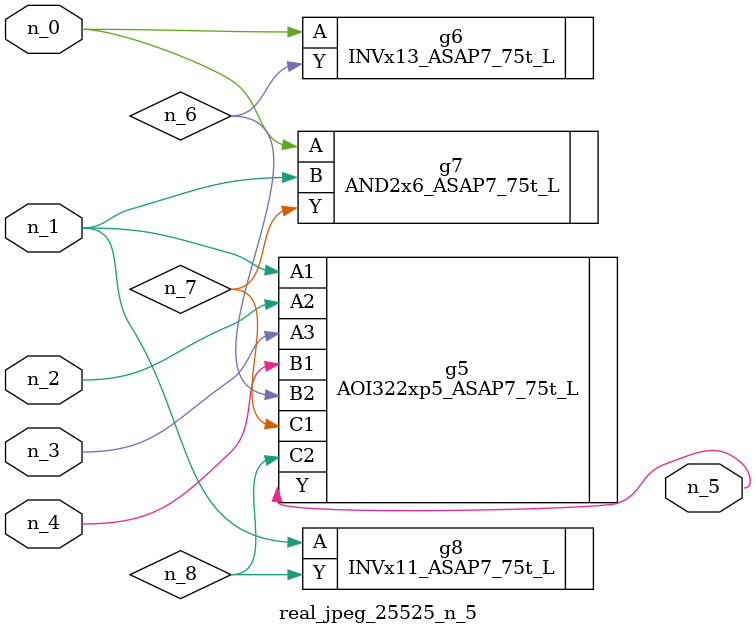
<source format=v>
module real_jpeg_25525_n_5 (n_4, n_0, n_1, n_2, n_3, n_5);

input n_4;
input n_0;
input n_1;
input n_2;
input n_3;

output n_5;

wire n_8;
wire n_6;
wire n_7;

INVx13_ASAP7_75t_L g6 ( 
.A(n_0),
.Y(n_6)
);

AND2x6_ASAP7_75t_L g7 ( 
.A(n_0),
.B(n_1),
.Y(n_7)
);

AOI322xp5_ASAP7_75t_L g5 ( 
.A1(n_1),
.A2(n_2),
.A3(n_3),
.B1(n_4),
.B2(n_6),
.C1(n_7),
.C2(n_8),
.Y(n_5)
);

INVx11_ASAP7_75t_L g8 ( 
.A(n_1),
.Y(n_8)
);


endmodule
</source>
